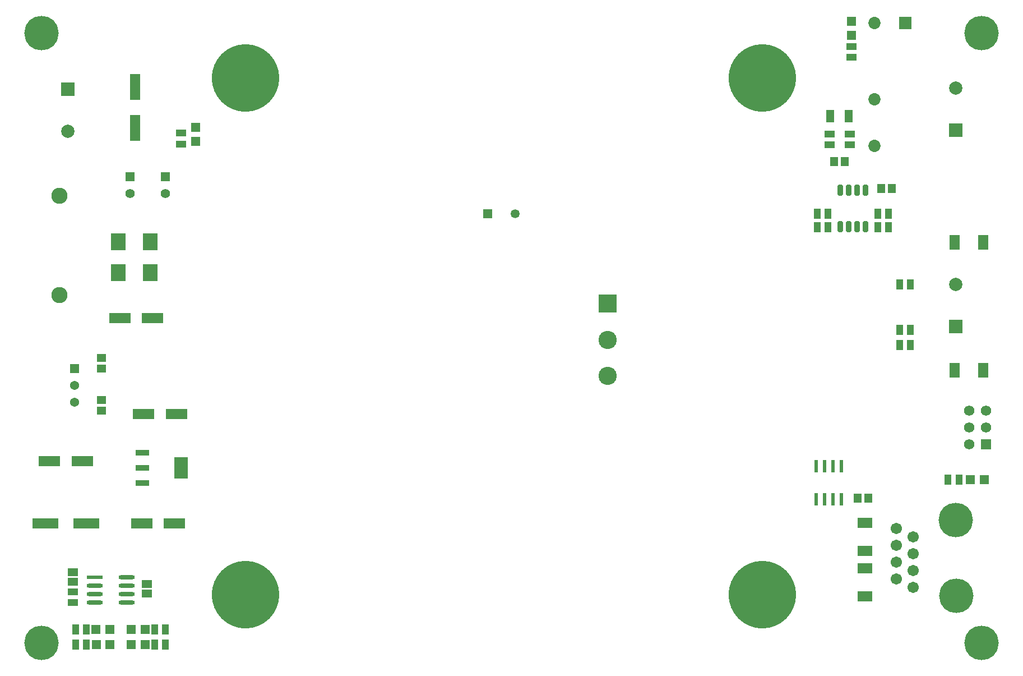
<source format=gts>
%FSLAX23Y23*%
%MOIN*%
%SFA1B1*%

%IPPOS*%
%AMD20*
4,1,8,0.036900,0.011800,-0.036900,0.011800,-0.048800,0.000000,-0.048800,0.000000,-0.036900,-0.011800,0.036900,-0.011800,0.048800,0.000000,0.048800,0.000000,0.036900,0.011800,0.0*
1,1,0.023680,0.036900,0.000000*
1,1,0.023680,-0.036900,0.000000*
1,1,0.023680,-0.036900,0.000000*
1,1,0.023680,0.036900,0.000000*
%
%AMD43*
4,1,8,-0.009800,-0.032500,0.009800,-0.032500,0.015800,-0.026500,0.015800,0.026500,0.009800,0.032500,-0.009800,0.032500,-0.015800,0.026500,-0.015800,-0.026500,-0.009800,-0.032500,0.0*
1,1,0.012020,-0.009800,-0.026500*
1,1,0.012020,0.009800,-0.026500*
1,1,0.012020,0.009800,0.026500*
1,1,0.012020,-0.009800,0.026500*
%
%ADD17R,0.125980X0.062990*%
%ADD18R,0.086610X0.098430*%
%ADD19R,0.097520X0.023670*%
G04~CAMADD=20~8~0.0~0.0~975.2~236.7~118.4~0.0~15~0.0~0.0~0.0~0.0~0~0.0~0.0~0.0~0.0~0~0.0~0.0~0.0~0.0~975.2~236.7*
%ADD20D20*%
%ADD21R,0.084650X0.127950*%
%ADD22R,0.084650X0.037400*%
%ADD24R,0.020870X0.077950*%
%ADD25R,0.085830X0.063780*%
%ADD29R,0.063780X0.085830*%
%ADD30R,0.057330X0.051360*%
%ADD31R,0.051360X0.057330*%
%ADD35R,0.157480X0.062990*%
%ADD36R,0.062990X0.157480*%
%ADD37R,0.055240X0.055240*%
%ADD38R,0.061150X0.041470*%
%ADD39R,0.041470X0.061150*%
%ADD40R,0.061150X0.051310*%
%ADD41R,0.055240X0.055240*%
%ADD42R,0.051310X0.072960*%
G04~CAMADD=43~8~0.0~0.0~316.2~650.9~60.1~0.0~15~0.0~0.0~0.0~0.0~0~0.0~0.0~0.0~0.0~0~0.0~0.0~0.0~180.0~316.0~650.0*
%ADD43D43*%
%ADD44C,0.053150*%
%ADD45R,0.053150X0.053150*%
%ADD46C,0.053980*%
%ADD47R,0.053980X0.053980*%
%ADD48R,0.061810X0.061810*%
%ADD49C,0.061810*%
%ADD50C,0.401700*%
%ADD51R,0.078870X0.078870*%
%ADD52C,0.078870*%
%ADD53R,0.055120X0.055120*%
%ADD54C,0.055120*%
%ADD55R,0.072960X0.072960*%
%ADD56C,0.072960*%
%ADD57C,0.067060*%
%ADD58C,0.204850*%
%ADD59C,0.096580*%
%ADD60C,0.108270*%
%ADD61R,0.108270X0.108270*%
%LNpcb1-1*%
%LPD*%
G54D17*
X1438Y2280D03*
X1241D03*
X1998Y2560D03*
X1801D03*
X1790Y1910D03*
X1986D03*
X1660Y3130D03*
X1856D03*
G54D18*
X1650Y3397D03*
Y3582D03*
X1840Y3397D03*
Y3582D03*
G54D19*
X1510Y1590D03*
G54D20*
X1510Y1540D03*
Y1490D03*
Y1440D03*
X1700D03*
Y1490D03*
Y1540D03*
Y1590D03*
G54D21*
X2024Y2240D03*
G54D22*
X1795Y2149D03*
Y2240D03*
Y2330D03*
G54D24*
X5950Y2247D03*
X5900D03*
X5850D03*
X5800D03*
X5850Y2052D03*
X5900D03*
X5950D03*
X5800D03*
G54D25*
X6090Y1913D03*
Y1746D03*
Y1643D03*
Y1476D03*
G54D29*
X6626Y3580D03*
X6793D03*
X6626Y2820D03*
X6793D03*
G54D30*
X1550Y2891D03*
Y2828D03*
Y2578D03*
Y2641D03*
G54D31*
X6251Y3900D03*
X6188D03*
X5971Y4060D03*
X5908D03*
X6048Y2060D03*
X6111D03*
G54D35*
X1462Y1910D03*
X1217D03*
G54D36*
X1750Y4257D03*
Y4502D03*
G54D37*
X1728Y1190D03*
X1811D03*
X1601Y1280D03*
X1518D03*
X6717Y2170D03*
X6800D03*
X1602Y1190D03*
X1520D03*
X1728Y1280D03*
X1811D03*
G54D38*
X6010Y4742D03*
Y4677D03*
X6000Y4222D03*
Y4157D03*
X5880Y4222D03*
Y4157D03*
X1380Y1502D03*
Y1437D03*
X2025Y4227D03*
Y4162D03*
G54D39*
X6232Y3750D03*
X6167D03*
X1397Y1190D03*
X1462D03*
X6297Y2970D03*
X6362D03*
X5807Y3750D03*
X5872D03*
X6362Y3330D03*
X6297D03*
X6232Y3670D03*
X6167D03*
X1932Y1190D03*
X1867D03*
X1932Y1280D03*
X1867D03*
X1397D03*
X1462D03*
X6586Y2170D03*
X6651D03*
X5807Y3670D03*
X5872D03*
X6297Y3060D03*
X6362D03*
G54D40*
X1820Y1547D03*
Y1492D03*
X1380Y1617D03*
Y1562D03*
G54D41*
X2110Y4178D03*
Y4261D03*
X6010Y4891D03*
Y4808D03*
G54D42*
X5883Y4330D03*
X5996D03*
G54D43*
X6045Y3887D03*
X6095D03*
X5995D03*
X5945D03*
X6095Y3672D03*
X6045D03*
X5995D03*
X5945D03*
G54D44*
X4010Y3750D03*
G54D45*
X3849Y3750D03*
G54D46*
X1390Y2630D03*
Y2730D03*
G54D47*
X1390Y2830D03*
G54D48*
X6810Y2380D03*
G54D49*
X6810Y2480D03*
Y2580D03*
X6710Y2380D03*
Y2480D03*
Y2580D03*
G54D50*
X2409Y4555D03*
Y1484D03*
X5480Y4555D03*
Y1484D03*
G54D51*
X6630Y3080D03*
Y4245D03*
X1350Y4490D03*
G54D52*
X6630Y3330D03*
Y4495D03*
X1350Y4240D03*
G54D53*
X1721Y3969D03*
X1931D03*
G54D54*
X1721Y3870D03*
X1931D03*
G54D55*
X6332Y4882D03*
G54D56*
X6147Y4429D03*
Y4153D03*
Y4882D03*
G54D57*
X6278Y1778D03*
X6378Y1628D03*
X6278Y1678D03*
X6378Y1728D03*
Y1828D03*
X6278Y1878D03*
X6378Y1528D03*
X6278Y1578D03*
G54D58*
X6630Y1930D03*
X6635Y1480D03*
X6785Y1200D03*
Y4822D03*
X1195Y1200D03*
Y4822D03*
G54D59*
X1300Y3264D03*
Y3855D03*
G54D60*
X4560Y2785D03*
Y3000D03*
G54D61*
X4560Y3214D03*
M02*
</source>
